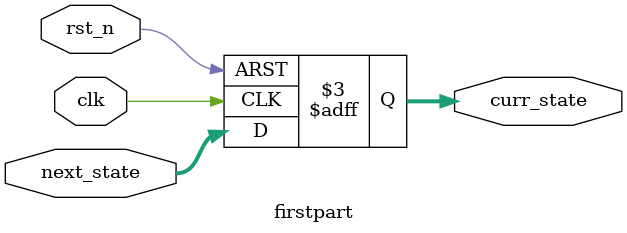
<source format=v>
`timescale 1ns / 1ps


module firstpart(
input clk,
input rst_n,
input [3:0] next_state,
output reg [3:0] curr_state
    );
    always@(posedge clk or negedge rst_n)
    begin
    if(!rst_n)
        curr_state <= 4'b0000;
    else
        curr_state <= next_state;
    end
endmodule

</source>
